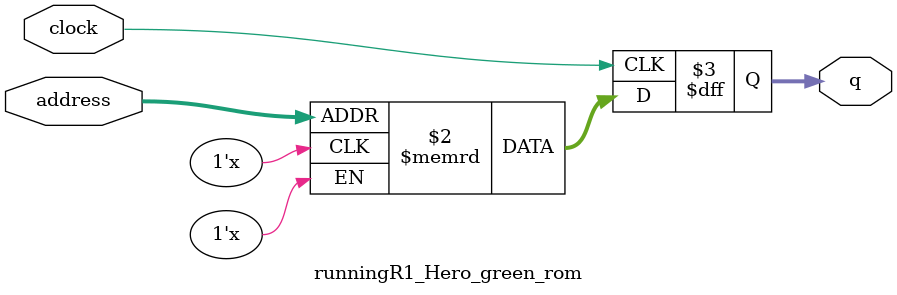
<source format=sv>
module runningR1_Hero_green_rom (
	input logic clock,
	input logic [11:0] address,
	output logic [2:0] q
);

logic [2:0] memory [0:2639] /* synthesis ram_init_file = "./runningR1_Hero_green/runningR1_Hero_green.mif" */;

always_ff @ (posedge clock) begin
	q <= memory[address];
end

endmodule

</source>
